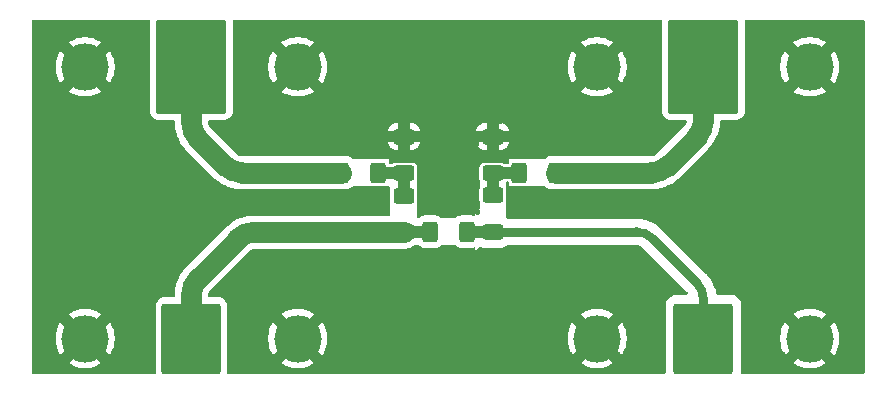
<source format=gbr>
%TF.GenerationSoftware,KiCad,Pcbnew,9.0.3*%
%TF.CreationDate,2025-08-16T18:31:38+02:00*%
%TF.ProjectId,Richtkoppler,52696368-746b-46f7-9070-6c65722e6b69,1.0*%
%TF.SameCoordinates,Original*%
%TF.FileFunction,Copper,L1,Top*%
%TF.FilePolarity,Positive*%
%FSLAX46Y46*%
G04 Gerber Fmt 4.6, Leading zero omitted, Abs format (unit mm)*
G04 Created by KiCad (PCBNEW 9.0.3) date 2025-08-16 18:31:38*
%MOMM*%
%LPD*%
G01*
G04 APERTURE LIST*
G04 Aperture macros list*
%AMRoundRect*
0 Rectangle with rounded corners*
0 $1 Rounding radius*
0 $2 $3 $4 $5 $6 $7 $8 $9 X,Y pos of 4 corners*
0 Add a 4 corners polygon primitive as box body*
4,1,4,$2,$3,$4,$5,$6,$7,$8,$9,$2,$3,0*
0 Add four circle primitives for the rounded corners*
1,1,$1+$1,$2,$3*
1,1,$1+$1,$4,$5*
1,1,$1+$1,$6,$7*
1,1,$1+$1,$8,$9*
0 Add four rect primitives between the rounded corners*
20,1,$1+$1,$2,$3,$4,$5,0*
20,1,$1+$1,$4,$5,$6,$7,0*
20,1,$1+$1,$6,$7,$8,$9,0*
20,1,$1+$1,$8,$9,$2,$3,0*%
G04 Aperture macros list end*
%TA.AperFunction,SMDPad,CuDef*%
%ADD10RoundRect,0.250000X0.625000X-0.400000X0.625000X0.400000X-0.625000X0.400000X-0.625000X-0.400000X0*%
%TD*%
%TA.AperFunction,SMDPad,CuDef*%
%ADD11RoundRect,0.250000X-0.400000X-0.625000X0.400000X-0.625000X0.400000X0.625000X-0.400000X0.625000X0*%
%TD*%
%TA.AperFunction,SMDPad,CuDef*%
%ADD12RoundRect,0.250000X-0.625000X0.400000X-0.625000X-0.400000X0.625000X-0.400000X0.625000X0.400000X0*%
%TD*%
%TA.AperFunction,SMDPad,CuDef*%
%ADD13RoundRect,0.250000X0.400000X0.625000X-0.400000X0.625000X-0.400000X-0.625000X0.400000X-0.625000X0*%
%TD*%
%TA.AperFunction,ComponentPad*%
%ADD14RoundRect,0.300000X2.700000X-3.700000X2.700000X3.700000X-2.700000X3.700000X-2.700000X-3.700000X0*%
%TD*%
%TA.AperFunction,ComponentPad*%
%ADD15C,4.000000*%
%TD*%
%TA.AperFunction,ComponentPad*%
%ADD16RoundRect,0.250000X-2.250000X2.750000X-2.250000X-2.750000X2.250000X-2.750000X2.250000X2.750000X0*%
%TD*%
%TA.AperFunction,ViaPad*%
%ADD17C,0.750000*%
%TD*%
%TA.AperFunction,ViaPad*%
%ADD18C,7.000000*%
%TD*%
%TA.AperFunction,Conductor*%
%ADD19C,0.800000*%
%TD*%
%TA.AperFunction,Conductor*%
%ADD20C,1.000000*%
%TD*%
%TA.AperFunction,Conductor*%
%ADD21C,1.800000*%
%TD*%
G04 APERTURE END LIST*
D10*
%TO.P,R7,1*%
%TO.N,/Out*%
X139500000Y-97450000D03*
%TO.P,R7,2*%
%TO.N,Net-(R5-Pad2)*%
X139500000Y-94350000D03*
%TD*%
D11*
%TO.P,R4,1*%
%TO.N,/In*%
X134200000Y-97450000D03*
%TO.P,R4,2*%
%TO.N,/Out*%
X137300000Y-97450000D03*
%TD*%
D12*
%TO.P,R5,1*%
%TO.N,GND*%
X139500000Y-89400000D03*
%TO.P,R5,2*%
%TO.N,Net-(R5-Pad2)*%
X139500000Y-92500000D03*
%TD*%
%TO.P,R2,1*%
%TO.N,Net-(R1-Pad2)*%
X132000000Y-94400000D03*
%TO.P,R2,2*%
%TO.N,/In*%
X132000000Y-97500000D03*
%TD*%
D13*
%TO.P,R6,1*%
%TO.N,/A*%
X144850000Y-92450000D03*
%TO.P,R6,2*%
%TO.N,Net-(R5-Pad2)*%
X141750000Y-92450000D03*
%TD*%
D10*
%TO.P,R3,1*%
%TO.N,Net-(R1-Pad2)*%
X132000000Y-92500000D03*
%TO.P,R3,2*%
%TO.N,GND*%
X132000000Y-89400000D03*
%TD*%
D14*
%TO.P,X1,1,C*%
%TO.N,/Ref*%
X114000000Y-83500000D03*
D15*
%TO.P,X1,2,G*%
%TO.N,GND*%
X105000000Y-83500000D03*
%TO.P,X1,3,G2*%
X123000000Y-83500000D03*
%TD*%
D16*
%TO.P,X4,1,C*%
%TO.N,/Out*%
X157350000Y-106500000D03*
D15*
%TO.P,X4,2,G*%
%TO.N,GND*%
X166350000Y-106500000D03*
%TO.P,X4,3,G2*%
X148350000Y-106500000D03*
%TD*%
D11*
%TO.P,R1,1*%
%TO.N,/Ref*%
X126700000Y-92450000D03*
%TO.P,R1,2*%
%TO.N,Net-(R1-Pad2)*%
X129800000Y-92450000D03*
%TD*%
D16*
%TO.P,X2,1,C*%
%TO.N,/In*%
X114000000Y-106500000D03*
D15*
%TO.P,X2,2,G*%
%TO.N,GND*%
X123000000Y-106500000D03*
%TO.P,X2,3,G2*%
X105000000Y-106500000D03*
%TD*%
D14*
%TO.P,X3,1,C*%
%TO.N,/A*%
X157350000Y-83500000D03*
D15*
%TO.P,X3,2,G*%
%TO.N,GND*%
X148350000Y-83500000D03*
%TO.P,X3,3,G2*%
X166350000Y-83500000D03*
%TD*%
D17*
%TO.N,GND*%
X129000000Y-95000000D03*
X104000000Y-80000000D03*
X162000000Y-106000000D03*
X108000000Y-84000000D03*
X104000000Y-98000000D03*
X146000000Y-104000000D03*
X150000000Y-86000000D03*
X144000000Y-88000000D03*
X126000000Y-106000000D03*
X162000000Y-80000000D03*
X126000000Y-104000000D03*
X135000000Y-91000000D03*
X170000000Y-90000000D03*
X164000000Y-80000000D03*
X110000000Y-102000000D03*
X168000000Y-104000000D03*
X142000000Y-90000000D03*
X152000000Y-95000000D03*
X162000000Y-82000000D03*
X152000000Y-106000000D03*
X170000000Y-84000000D03*
X108000000Y-98000000D03*
X153000000Y-106000000D03*
X162000000Y-96000000D03*
X159000000Y-100000000D03*
X119000000Y-100000000D03*
X151000000Y-100000000D03*
X170000000Y-96000000D03*
X152000000Y-80000000D03*
X162000000Y-90000000D03*
X142000000Y-108000000D03*
X102000000Y-88000000D03*
X168000000Y-86000000D03*
X118000000Y-84000000D03*
X168000000Y-98000000D03*
X142000000Y-86000000D03*
X110000000Y-86000000D03*
X146000000Y-100000000D03*
X130000000Y-100000000D03*
X110000000Y-88000000D03*
X155000000Y-96087150D03*
X168000000Y-102000000D03*
X132000000Y-86000000D03*
X162000000Y-84000000D03*
X142000000Y-82000000D03*
X140000000Y-108000000D03*
X110000000Y-82000000D03*
X112000000Y-100000000D03*
X108000000Y-92000000D03*
X108000000Y-82000000D03*
X104000000Y-90000000D03*
X114000000Y-92000000D03*
X110000000Y-106000000D03*
X106000000Y-90000000D03*
X142000000Y-100000000D03*
X164000000Y-94000000D03*
X142000000Y-102000000D03*
X170000000Y-94000000D03*
X154000000Y-89000000D03*
X110000000Y-92000000D03*
X132000000Y-84000000D03*
X162000000Y-88000000D03*
X170000000Y-106000000D03*
X134000000Y-108000000D03*
X126000000Y-80000000D03*
X126000000Y-86000000D03*
X108000000Y-96000000D03*
X128000000Y-88000000D03*
X153000000Y-104000000D03*
X116000000Y-96000000D03*
X130000000Y-82000000D03*
X130000000Y-90000000D03*
X170000000Y-108000000D03*
X102000000Y-104000000D03*
X124000000Y-102000000D03*
X130000000Y-102000000D03*
X166000000Y-92000000D03*
X102000000Y-108000000D03*
X110000000Y-94000000D03*
X128000000Y-104000000D03*
X170000000Y-102000000D03*
X136000000Y-94000000D03*
X148000000Y-102000000D03*
X106000000Y-98000000D03*
X108000000Y-88000000D03*
X123000000Y-95000000D03*
X134000000Y-82000000D03*
X106000000Y-88000000D03*
X150000000Y-102000000D03*
X156000000Y-97000000D03*
X136000000Y-86000000D03*
X102000000Y-80000000D03*
X142000000Y-80000000D03*
X162000000Y-98000000D03*
X104000000Y-102000000D03*
X140000000Y-102000000D03*
X132000000Y-102000000D03*
X128000000Y-90000000D03*
X110000000Y-90000000D03*
X113000000Y-91000000D03*
X137000000Y-93000000D03*
X150000000Y-108000000D03*
X121000000Y-95000000D03*
X140000000Y-82000000D03*
X134000000Y-94000000D03*
X117000000Y-95000000D03*
X110000000Y-80000000D03*
X168000000Y-92000000D03*
X157000000Y-98000000D03*
X147000000Y-95000000D03*
X152000000Y-88000000D03*
X158000000Y-96000000D03*
X158000000Y-99000000D03*
X132000000Y-100000000D03*
X138000000Y-90000000D03*
X114000000Y-96000000D03*
X102000000Y-106000000D03*
X151000000Y-95000000D03*
X104000000Y-88000000D03*
X120000000Y-104000000D03*
X152000000Y-104000000D03*
X124000000Y-90000000D03*
X120000000Y-88000000D03*
X140000000Y-86000000D03*
X102000000Y-100000000D03*
X160000000Y-101792531D03*
X102000000Y-102000000D03*
X118000000Y-108000000D03*
X146000000Y-86000000D03*
X160000000Y-98000000D03*
X132000000Y-106000000D03*
X168000000Y-90000000D03*
X144000000Y-84000000D03*
X141000000Y-95000000D03*
X126000000Y-102000000D03*
X120000000Y-106000000D03*
X162000000Y-102000000D03*
X104000000Y-92000000D03*
X108000000Y-86000000D03*
X102000000Y-92000000D03*
X166000000Y-98000000D03*
X146000000Y-102000000D03*
X126000000Y-95000000D03*
X122000000Y-100000000D03*
X137000000Y-95000000D03*
X134000000Y-100000000D03*
X108000000Y-90000000D03*
X164000000Y-104000000D03*
X130000000Y-80000000D03*
X153000000Y-102000000D03*
X110000000Y-108000000D03*
X170000000Y-92000000D03*
X115000000Y-97000000D03*
X117000000Y-89000000D03*
X136000000Y-106000000D03*
X152000000Y-90000000D03*
X140000000Y-100000000D03*
X120000000Y-90000000D03*
X106000000Y-100000000D03*
X108000000Y-80000000D03*
X150000000Y-95000000D03*
X162000000Y-94000000D03*
X154000000Y-95000000D03*
X132000000Y-88000000D03*
X128000000Y-106000000D03*
X138000000Y-108000000D03*
X142000000Y-106000000D03*
X132000000Y-82000000D03*
X130000000Y-104000000D03*
X122000000Y-95000000D03*
X134000000Y-80000000D03*
X170000000Y-80000000D03*
X108000000Y-102000000D03*
X140000000Y-84000000D03*
X130000000Y-108000000D03*
X132000000Y-108000000D03*
X138000000Y-92000000D03*
X128000000Y-100000000D03*
X152000000Y-84000000D03*
X162000000Y-108000000D03*
X164000000Y-92000000D03*
X155000000Y-95000000D03*
X126000000Y-90000000D03*
X128000000Y-84000000D03*
X152000000Y-86000000D03*
X146000000Y-88000000D03*
X142000000Y-84000000D03*
X137000000Y-89000000D03*
X118000000Y-104000000D03*
X138000000Y-94000000D03*
X118000000Y-80000000D03*
X159000000Y-91000000D03*
X162000000Y-100000000D03*
X166000000Y-88000000D03*
X153000000Y-95000000D03*
X148000000Y-100000000D03*
X134000000Y-84000000D03*
X113000000Y-99000000D03*
X102000000Y-98000000D03*
X110000000Y-104000000D03*
X108000000Y-106000000D03*
X134000000Y-92000000D03*
X110000000Y-100000000D03*
X137000000Y-91000000D03*
X128000000Y-95000000D03*
X164000000Y-88000000D03*
X150000000Y-88000000D03*
X170000000Y-86000000D03*
X152000000Y-82000000D03*
X166000000Y-80000000D03*
X140000000Y-104000000D03*
X130000000Y-95000000D03*
X136000000Y-108000000D03*
X144000000Y-80000000D03*
X144000000Y-102000000D03*
X146000000Y-80000000D03*
X128000000Y-82000000D03*
X122000000Y-88000000D03*
X130000000Y-106000000D03*
X150000000Y-104000000D03*
X122000000Y-102000000D03*
X120000000Y-108000000D03*
X120000000Y-86000000D03*
X149000000Y-95000000D03*
X108000000Y-104000000D03*
X128000000Y-86000000D03*
X148000000Y-80000000D03*
X130000000Y-88000000D03*
X144000000Y-106000000D03*
X134000000Y-88000000D03*
X152000000Y-108000000D03*
D18*
X167000000Y-95000000D03*
D17*
X106000000Y-102000000D03*
X108000000Y-100000000D03*
X114000000Y-94000000D03*
X108000000Y-94000000D03*
X127000000Y-95000000D03*
X138000000Y-88000000D03*
X118000000Y-90000000D03*
X144000000Y-90000000D03*
X144000000Y-86000000D03*
X164000000Y-96000000D03*
X108000000Y-108000000D03*
X118000000Y-82000000D03*
X162000000Y-86000000D03*
X162000000Y-92000000D03*
X170000000Y-98000000D03*
X158000000Y-92000000D03*
X102000000Y-84000000D03*
X152000000Y-101000000D03*
X170000000Y-82000000D03*
X126000000Y-82000000D03*
X102000000Y-86000000D03*
X118000000Y-86000000D03*
X124000000Y-100000000D03*
X124000000Y-88000000D03*
X112000000Y-90000000D03*
X130000000Y-86000000D03*
X156000000Y-94000000D03*
X122000000Y-80000000D03*
X136000000Y-92000000D03*
X120000000Y-95000000D03*
X110000000Y-96000000D03*
X168000000Y-100000000D03*
X170000000Y-104000000D03*
X146000000Y-108000000D03*
X164000000Y-108000000D03*
X144000000Y-82000000D03*
X119000000Y-95000000D03*
X126000000Y-100000000D03*
X160000000Y-90000000D03*
X135000000Y-95000000D03*
X112000000Y-98000000D03*
X164000000Y-100000000D03*
X118000000Y-101000000D03*
X126000000Y-88000000D03*
X164000000Y-90000000D03*
X134000000Y-90000000D03*
X144000000Y-108000000D03*
X135000000Y-89000000D03*
X110000000Y-84000000D03*
X136000000Y-80000000D03*
X144000000Y-104000000D03*
X134000000Y-104000000D03*
X150000000Y-100000000D03*
X132000000Y-104000000D03*
X106000000Y-92000000D03*
X120000000Y-82000000D03*
X146000000Y-95000000D03*
X136000000Y-90000000D03*
X102000000Y-94000000D03*
X166000000Y-102000000D03*
X160000000Y-92000000D03*
X160000000Y-96000000D03*
X158000000Y-94000000D03*
X166000000Y-90000000D03*
X117000000Y-102000000D03*
X153000000Y-108000000D03*
X118000000Y-95000000D03*
X170000000Y-100000000D03*
X125000000Y-95000000D03*
X114000000Y-98000000D03*
X120000000Y-100000000D03*
X164000000Y-102000000D03*
X135000000Y-93000000D03*
X136000000Y-84000000D03*
X140000000Y-80000000D03*
X128000000Y-80000000D03*
X128000000Y-102000000D03*
X134000000Y-102000000D03*
X120000000Y-102000000D03*
X168000000Y-88000000D03*
X122000000Y-90000000D03*
X112149368Y-102000000D03*
X118000000Y-88000000D03*
X110000000Y-98000000D03*
X148000000Y-95000000D03*
X102000000Y-96000000D03*
X143000000Y-95000000D03*
X120000000Y-80000000D03*
X168000000Y-80000000D03*
X142000000Y-95000000D03*
X148000000Y-90000000D03*
X116000000Y-94000000D03*
X138000000Y-82000000D03*
X102000000Y-82000000D03*
X138000000Y-102000000D03*
X136000000Y-104000000D03*
X106000000Y-80000000D03*
X134000000Y-106000000D03*
X138000000Y-104000000D03*
X104000000Y-100000000D03*
X112000000Y-94000000D03*
X138000000Y-84000000D03*
X138000000Y-100000000D03*
X124000000Y-80000000D03*
X150000000Y-90000000D03*
X138000000Y-80000000D03*
D18*
X105000000Y-95000000D03*
D17*
X136000000Y-100000000D03*
X160000000Y-94000000D03*
X140000000Y-106000000D03*
X146000000Y-90000000D03*
X126000000Y-84000000D03*
X118000000Y-106000000D03*
X112000000Y-96000000D03*
X138000000Y-106000000D03*
X162000000Y-104000000D03*
X150000000Y-80000000D03*
X136000000Y-88000000D03*
X115000000Y-93000000D03*
X112000000Y-92000000D03*
X134000000Y-86000000D03*
X128000000Y-108000000D03*
X144000000Y-100000000D03*
X140000000Y-88000000D03*
X142000000Y-88000000D03*
X136000000Y-102000000D03*
X144000000Y-95000000D03*
X124000000Y-95000000D03*
X132000000Y-80000000D03*
X157000000Y-93000000D03*
X164000000Y-98000000D03*
X145000000Y-95000000D03*
X164000000Y-86000000D03*
X136000000Y-82000000D03*
X126000000Y-108000000D03*
X102000000Y-90000000D03*
X138000000Y-86000000D03*
X166000000Y-100000000D03*
X148000000Y-88000000D03*
X130000000Y-84000000D03*
X170000000Y-88000000D03*
X142000000Y-104000000D03*
%TD*%
D19*
%TO.N,/Out*%
X151650000Y-97450000D02*
X139500000Y-97450000D01*
X153015685Y-98015685D02*
X156784314Y-101784314D01*
D20*
X137300000Y-97450000D02*
X139500000Y-97450000D01*
D19*
X157350000Y-103150000D02*
X157350000Y-106500000D01*
X153015685Y-98015685D02*
G75*
G03*
X151650000Y-97450009I-1365685J-1365715D01*
G01*
X157350000Y-103150000D02*
G75*
G03*
X156784320Y-101784307I-1931400J0D01*
G01*
D21*
%TO.N,/Ref*%
X114000000Y-88200000D02*
X114000000Y-83500000D01*
X118250000Y-92450000D02*
X126700000Y-92450000D01*
X114565685Y-89565685D02*
X116884314Y-91884314D01*
X116884314Y-91884314D02*
G75*
G03*
X118250000Y-92449991I1365686J1365714D01*
G01*
X114565685Y-89565685D02*
G75*
G02*
X114000009Y-88200000I1365715J1365685D01*
G01*
%TO.N,/A*%
X152950000Y-92450000D02*
X144850000Y-92450000D01*
X156784314Y-89415685D02*
X154315685Y-91884314D01*
X157350000Y-88050000D02*
X157350000Y-83500000D01*
X154315685Y-91884314D02*
G75*
G02*
X152950000Y-92449991I-1365685J1365714D01*
G01*
X156784314Y-89415685D02*
G75*
G03*
X157349991Y-88049999I-1365714J1365685D01*
G01*
D20*
%TO.N,Net-(R1-Pad2)*%
X132000000Y-94400000D02*
X132000000Y-92500000D01*
X129800000Y-92450000D02*
X131950000Y-92450000D01*
%TO.N,Net-(R5-Pad2)*%
X139500000Y-94350000D02*
X139500000Y-92500000D01*
X141750000Y-92450000D02*
X139550000Y-92450000D01*
D21*
%TO.N,/In*%
X119300000Y-97500000D02*
X132000000Y-97500000D01*
X114000000Y-102800000D02*
X114000000Y-106500000D01*
X117934314Y-98065685D02*
X114565685Y-101434314D01*
D20*
X134200000Y-97450000D02*
X132050000Y-97450000D01*
D21*
X117934314Y-98065685D02*
G75*
G02*
X119300000Y-97500008I1365686J-1365715D01*
G01*
X114000000Y-102800000D02*
G75*
G02*
X114565679Y-101434308I1931400J0D01*
G01*
%TD*%
%TA.AperFunction,Conductor*%
%TO.N,GND*%
G36*
X151654866Y-98560881D02*
G01*
X151768688Y-98569839D01*
X151787900Y-98572882D01*
X151894178Y-98598397D01*
X151912680Y-98604409D01*
X152013661Y-98646235D01*
X152030996Y-98655067D01*
X152124189Y-98712175D01*
X152139926Y-98723608D01*
X152166811Y-98746570D01*
X152226667Y-98797691D01*
X152233817Y-98804301D01*
X155995630Y-102566115D01*
X156002230Y-102573254D01*
X156012236Y-102584970D01*
X156040806Y-102648731D01*
X156030368Y-102717816D01*
X155984237Y-102770292D01*
X155917945Y-102789500D01*
X155044290Y-102789500D01*
X155010740Y-102792482D01*
X154929679Y-102799689D01*
X154929675Y-102799689D01*
X154929675Y-102799690D01*
X154905959Y-102806475D01*
X154741866Y-102853428D01*
X154568719Y-102943873D01*
X154417321Y-103067321D01*
X154293873Y-103218719D01*
X154203428Y-103391866D01*
X154149689Y-103579679D01*
X154142482Y-103660740D01*
X154139500Y-103694290D01*
X154139500Y-109305710D01*
X154144728Y-109364520D01*
X154131058Y-109433038D01*
X154082514Y-109483289D01*
X154021216Y-109499500D01*
X138000000Y-109499500D01*
X138000000Y-108586084D01*
X146971020Y-108586084D01*
X147138799Y-108691507D01*
X147391782Y-108813337D01*
X147656819Y-108906077D01*
X147656821Y-108906078D01*
X147930575Y-108968560D01*
X147930587Y-108968562D01*
X148209598Y-108999999D01*
X148209600Y-109000000D01*
X148490400Y-109000000D01*
X148490401Y-108999999D01*
X148769412Y-108968562D01*
X148769424Y-108968560D01*
X149043178Y-108906078D01*
X149043180Y-108906077D01*
X149308217Y-108813337D01*
X149561203Y-108691506D01*
X149728977Y-108586085D01*
X149728977Y-108586084D01*
X148350001Y-107207106D01*
X148350000Y-107207106D01*
X146971021Y-108586084D01*
X146971020Y-108586084D01*
X138000000Y-108586084D01*
X138000000Y-106359598D01*
X145850000Y-106359598D01*
X145850000Y-106640401D01*
X145881437Y-106919412D01*
X145881439Y-106919424D01*
X145943921Y-107193178D01*
X145943922Y-107193180D01*
X146036662Y-107458217D01*
X146158492Y-107711200D01*
X146263914Y-107878977D01*
X147642893Y-106500000D01*
X147642893Y-106499999D01*
X147563903Y-106421009D01*
X147750000Y-106421009D01*
X147750000Y-106578991D01*
X147790889Y-106731591D01*
X147869881Y-106868408D01*
X147981592Y-106980119D01*
X148118409Y-107059111D01*
X148271009Y-107100000D01*
X148428991Y-107100000D01*
X148581591Y-107059111D01*
X148718408Y-106980119D01*
X148830119Y-106868408D01*
X148909111Y-106731591D01*
X148950000Y-106578991D01*
X148950000Y-106500000D01*
X149057106Y-106500000D01*
X150436084Y-107878977D01*
X150436085Y-107878977D01*
X150541506Y-107711203D01*
X150663337Y-107458217D01*
X150756077Y-107193180D01*
X150756078Y-107193178D01*
X150818560Y-106919424D01*
X150818562Y-106919412D01*
X150849999Y-106640401D01*
X150850000Y-106640399D01*
X150850000Y-106359600D01*
X150849999Y-106359598D01*
X150818562Y-106080587D01*
X150818560Y-106080575D01*
X150756078Y-105806821D01*
X150756077Y-105806819D01*
X150663337Y-105541782D01*
X150541507Y-105288799D01*
X150436084Y-105121021D01*
X149057106Y-106500000D01*
X148950000Y-106500000D01*
X148950000Y-106421009D01*
X148909111Y-106268409D01*
X148830119Y-106131592D01*
X148718408Y-106019881D01*
X148581591Y-105940889D01*
X148428991Y-105900000D01*
X148271009Y-105900000D01*
X148118409Y-105940889D01*
X147981592Y-106019881D01*
X147869881Y-106131592D01*
X147790889Y-106268409D01*
X147750000Y-106421009D01*
X147563903Y-106421009D01*
X146263914Y-105121020D01*
X146158492Y-105288799D01*
X146036662Y-105541782D01*
X145943922Y-105806819D01*
X145943921Y-105806821D01*
X145881439Y-106080575D01*
X145881437Y-106080587D01*
X145850000Y-106359598D01*
X138000000Y-106359598D01*
X138000000Y-104413914D01*
X146971021Y-104413914D01*
X148350000Y-105792893D01*
X148350001Y-105792893D01*
X149728977Y-104413914D01*
X149728978Y-104413914D01*
X149561200Y-104308492D01*
X149308217Y-104186662D01*
X149043180Y-104093922D01*
X149043178Y-104093921D01*
X148769424Y-104031439D01*
X148769412Y-104031437D01*
X148490401Y-104000000D01*
X148209598Y-104000000D01*
X147930587Y-104031437D01*
X147930575Y-104031439D01*
X147656821Y-104093921D01*
X147656819Y-104093922D01*
X147391782Y-104186662D01*
X147138799Y-104308492D01*
X146971021Y-104413914D01*
X138000000Y-104413914D01*
X138000000Y-98988205D01*
X138058134Y-98971571D01*
X138231282Y-98881126D01*
X138380043Y-98759826D01*
X138444435Y-98732718D01*
X138510992Y-98744330D01*
X138511029Y-98744240D01*
X138511459Y-98744411D01*
X138513265Y-98744727D01*
X138515814Y-98746021D01*
X138516866Y-98746571D01*
X138704675Y-98800310D01*
X138819290Y-98810500D01*
X138819296Y-98810500D01*
X140180704Y-98810500D01*
X140180710Y-98810500D01*
X140295325Y-98800310D01*
X140483134Y-98746571D01*
X140656282Y-98656126D01*
X140739343Y-98588397D01*
X140803739Y-98561289D01*
X140817704Y-98560500D01*
X151645139Y-98560500D01*
X151654866Y-98560881D01*
G37*
%TD.AperFunction*%
%TA.AperFunction,Conductor*%
G36*
X170999500Y-109375500D02*
G01*
X170979815Y-109442539D01*
X170927011Y-109488294D01*
X170875500Y-109499500D01*
X160678784Y-109499500D01*
X160611745Y-109479815D01*
X160565990Y-109427011D01*
X160555271Y-109364520D01*
X160560500Y-109305710D01*
X160560500Y-108586084D01*
X164971020Y-108586084D01*
X165138799Y-108691507D01*
X165391782Y-108813337D01*
X165656819Y-108906077D01*
X165656821Y-108906078D01*
X165930575Y-108968560D01*
X165930587Y-108968562D01*
X166209598Y-108999999D01*
X166209600Y-109000000D01*
X166490400Y-109000000D01*
X166490401Y-108999999D01*
X166769412Y-108968562D01*
X166769424Y-108968560D01*
X167043178Y-108906078D01*
X167043180Y-108906077D01*
X167308217Y-108813337D01*
X167561203Y-108691506D01*
X167728977Y-108586085D01*
X167728977Y-108586084D01*
X166350001Y-107207106D01*
X166350000Y-107207106D01*
X164971021Y-108586084D01*
X164971020Y-108586084D01*
X160560500Y-108586084D01*
X160560500Y-106359598D01*
X163850000Y-106359598D01*
X163850000Y-106640401D01*
X163881437Y-106919412D01*
X163881439Y-106919424D01*
X163943921Y-107193178D01*
X163943922Y-107193180D01*
X164036662Y-107458217D01*
X164158492Y-107711200D01*
X164263914Y-107878977D01*
X165642893Y-106500000D01*
X165642893Y-106499999D01*
X165563903Y-106421009D01*
X165750000Y-106421009D01*
X165750000Y-106578991D01*
X165790889Y-106731591D01*
X165869881Y-106868408D01*
X165981592Y-106980119D01*
X166118409Y-107059111D01*
X166271009Y-107100000D01*
X166428991Y-107100000D01*
X166581591Y-107059111D01*
X166718408Y-106980119D01*
X166830119Y-106868408D01*
X166909111Y-106731591D01*
X166950000Y-106578991D01*
X166950000Y-106499999D01*
X167057106Y-106499999D01*
X168436084Y-107878977D01*
X168436085Y-107878977D01*
X168541506Y-107711203D01*
X168663337Y-107458217D01*
X168756077Y-107193180D01*
X168756078Y-107193178D01*
X168818560Y-106919424D01*
X168818562Y-106919412D01*
X168849999Y-106640401D01*
X168850000Y-106640399D01*
X168850000Y-106359600D01*
X168849999Y-106359598D01*
X168818562Y-106080587D01*
X168818560Y-106080575D01*
X168756078Y-105806821D01*
X168756077Y-105806819D01*
X168663337Y-105541782D01*
X168541507Y-105288799D01*
X168436084Y-105121021D01*
X167057106Y-106499999D01*
X166950000Y-106499999D01*
X166950000Y-106421009D01*
X166909111Y-106268409D01*
X166830119Y-106131592D01*
X166718408Y-106019881D01*
X166581591Y-105940889D01*
X166428991Y-105900000D01*
X166271009Y-105900000D01*
X166118409Y-105940889D01*
X165981592Y-106019881D01*
X165869881Y-106131592D01*
X165790889Y-106268409D01*
X165750000Y-106421009D01*
X165563903Y-106421009D01*
X164263914Y-105121020D01*
X164158492Y-105288799D01*
X164036662Y-105541782D01*
X163943922Y-105806819D01*
X163943921Y-105806821D01*
X163881439Y-106080575D01*
X163881437Y-106080587D01*
X163850000Y-106359598D01*
X160560500Y-106359598D01*
X160560500Y-104413914D01*
X164971021Y-104413914D01*
X166350000Y-105792893D01*
X166350001Y-105792893D01*
X167728977Y-104413914D01*
X167728978Y-104413914D01*
X167561200Y-104308492D01*
X167308217Y-104186662D01*
X167043180Y-104093922D01*
X167043178Y-104093921D01*
X166769424Y-104031439D01*
X166769412Y-104031437D01*
X166490401Y-104000000D01*
X166209598Y-104000000D01*
X165930587Y-104031437D01*
X165930575Y-104031439D01*
X165656821Y-104093921D01*
X165656819Y-104093922D01*
X165391782Y-104186662D01*
X165138799Y-104308492D01*
X164971021Y-104413914D01*
X160560500Y-104413914D01*
X160560500Y-103694290D01*
X160550310Y-103579675D01*
X160496571Y-103391866D01*
X160406126Y-103218718D01*
X160344402Y-103143020D01*
X160282678Y-103067321D01*
X160189841Y-102991623D01*
X160131282Y-102943874D01*
X160116458Y-102936131D01*
X159958133Y-102853428D01*
X159840992Y-102819910D01*
X159770325Y-102799690D01*
X159770322Y-102799689D01*
X159770320Y-102799689D01*
X159700443Y-102793477D01*
X159655710Y-102789500D01*
X159655706Y-102789500D01*
X158550142Y-102789500D01*
X158483103Y-102769815D01*
X158437348Y-102717011D01*
X158428526Y-102689697D01*
X158372892Y-102409998D01*
X158286134Y-102123994D01*
X158171762Y-101847870D01*
X158030875Y-101584286D01*
X157864832Y-101335781D01*
X157675231Y-101104747D01*
X157675230Y-101104746D01*
X157675226Y-101104741D01*
X157638427Y-101067943D01*
X157631357Y-101060873D01*
X157631356Y-101060871D01*
X157569564Y-100999079D01*
X157569562Y-100999077D01*
X157569561Y-100999075D01*
X157497262Y-100926774D01*
X157497224Y-100926739D01*
X153873962Y-97303478D01*
X153869623Y-97299139D01*
X153869619Y-97299133D01*
X153839227Y-97268742D01*
X153839212Y-97268714D01*
X153695262Y-97124764D01*
X153464224Y-96935161D01*
X153464217Y-96935155D01*
X153215717Y-96769116D01*
X153215710Y-96769113D01*
X152952132Y-96628229D01*
X152676008Y-96513857D01*
X152467595Y-96450636D01*
X152389997Y-96427097D01*
X152152268Y-96379811D01*
X152096872Y-96368793D01*
X152096870Y-96368792D01*
X152096861Y-96368791D01*
X151888843Y-96348303D01*
X151799437Y-96339498D01*
X151799433Y-96339498D01*
X151650000Y-96339499D01*
X151552844Y-96339499D01*
X151552838Y-96339499D01*
X151547710Y-96339500D01*
X151547709Y-96339499D01*
X151547709Y-96339500D01*
X140817704Y-96339500D01*
X140750665Y-96319815D01*
X140739342Y-96311601D01*
X140656276Y-96243868D01*
X140655761Y-96243529D01*
X140655540Y-96243269D01*
X140651408Y-96239899D01*
X140652036Y-96239128D01*
X140610618Y-96190201D01*
X140600000Y-96139995D01*
X140600000Y-95660003D01*
X140619685Y-95592964D01*
X140651755Y-95560525D01*
X140651408Y-95560100D01*
X140655371Y-95556868D01*
X140655777Y-95556458D01*
X140656274Y-95556129D01*
X140656282Y-95556126D01*
X140725115Y-95500000D01*
X170999500Y-95500000D01*
X170999500Y-109375500D01*
G37*
%TD.AperFunction*%
%TA.AperFunction,Conductor*%
G36*
X138343718Y-95556126D02*
G01*
X138343720Y-95556127D01*
X138344223Y-95556458D01*
X138344440Y-95556714D01*
X138348592Y-95560100D01*
X138347961Y-95560873D01*
X138349613Y-95562823D01*
X138357203Y-95566290D01*
X138371859Y-95589095D01*
X138389373Y-95609779D01*
X138391445Y-95619572D01*
X138394977Y-95625068D01*
X138400000Y-95660003D01*
X138400000Y-95902334D01*
X138380315Y-95969373D01*
X138327511Y-96015128D01*
X138258353Y-96025072D01*
X138218589Y-96012243D01*
X138125181Y-95963451D01*
X138058134Y-95928429D01*
X138000000Y-95911794D01*
X138000000Y-95500000D01*
X138274885Y-95500000D01*
X138343718Y-95556126D01*
G37*
%TD.AperFunction*%
%TD*%
%TA.AperFunction,Conductor*%
%TO.N,GND*%
G36*
X110456463Y-79520185D02*
G01*
X110502218Y-79572989D01*
X110512644Y-79638383D01*
X110499500Y-79755039D01*
X110499500Y-87244960D01*
X110514630Y-87379249D01*
X110514631Y-87379254D01*
X110574211Y-87549523D01*
X110670184Y-87702262D01*
X110797738Y-87829816D01*
X110950478Y-87925789D01*
X111120745Y-87985368D01*
X111120750Y-87985369D01*
X111211246Y-87995565D01*
X111255040Y-88000499D01*
X111255043Y-88000500D01*
X111255046Y-88000500D01*
X112475498Y-88000500D01*
X112484183Y-88003050D01*
X112493143Y-88001762D01*
X112517182Y-88012739D01*
X112542537Y-88020185D01*
X112548464Y-88027025D01*
X112556699Y-88030786D01*
X112570988Y-88053020D01*
X112588292Y-88072989D01*
X112590578Y-88083500D01*
X112594475Y-88089563D01*
X112599497Y-88124494D01*
X112599498Y-88124497D01*
X112599498Y-88200000D01*
X112599499Y-88200000D01*
X112599500Y-88251362D01*
X112599500Y-88315052D01*
X112599509Y-88315277D01*
X112599509Y-88363683D01*
X112603397Y-88403160D01*
X112631594Y-88689462D01*
X112631597Y-88689478D01*
X112695456Y-89010529D01*
X112695459Y-89010541D01*
X112695461Y-89010549D01*
X112744988Y-89173821D01*
X112790491Y-89323824D01*
X112915766Y-89626269D01*
X112915768Y-89626272D01*
X113070079Y-89914972D01*
X113070082Y-89914979D01*
X113251951Y-90187170D01*
X113251956Y-90187177D01*
X113459635Y-90440239D01*
X113494312Y-90474916D01*
X113497437Y-90478041D01*
X113497443Y-90478049D01*
X113575371Y-90555977D01*
X113653309Y-90633917D01*
X113656924Y-90637532D01*
X113656949Y-90637555D01*
X115816072Y-92796678D01*
X115816081Y-92796690D01*
X115851476Y-92832084D01*
X115860005Y-92840613D01*
X115860018Y-92840637D01*
X116009753Y-92990368D01*
X116262816Y-93198048D01*
X116262823Y-93198053D01*
X116389676Y-93282812D01*
X116535016Y-93379924D01*
X116823729Y-93534241D01*
X117126177Y-93659518D01*
X117439449Y-93754546D01*
X117439455Y-93754547D01*
X117439458Y-93754548D01*
X117439469Y-93754551D01*
X117760471Y-93818401D01*
X117760526Y-93818412D01*
X118086316Y-93850499D01*
X118134643Y-93850499D01*
X118134667Y-93850500D01*
X118139778Y-93850500D01*
X126810221Y-93850500D01*
X126810222Y-93850500D01*
X126958429Y-93827025D01*
X126977827Y-93825499D01*
X127150002Y-93825499D01*
X127150008Y-93825499D01*
X127252797Y-93814999D01*
X127419334Y-93759814D01*
X127568656Y-93667712D01*
X127600049Y-93636319D01*
X127661372Y-93602834D01*
X127687730Y-93600000D01*
X130676000Y-93600000D01*
X130743039Y-93619685D01*
X130788794Y-93672489D01*
X130800000Y-93724000D01*
X130800000Y-95975500D01*
X130780315Y-96042539D01*
X130727511Y-96088294D01*
X130676000Y-96099500D01*
X119410228Y-96099500D01*
X119410222Y-96099499D01*
X119300000Y-96099499D01*
X119300000Y-96099500D01*
X119185055Y-96099500D01*
X119184849Y-96099508D01*
X119136317Y-96099508D01*
X119062871Y-96106741D01*
X118810537Y-96131593D01*
X118810521Y-96131596D01*
X118489470Y-96195455D01*
X118489458Y-96195458D01*
X118489452Y-96195459D01*
X118489451Y-96195460D01*
X118176180Y-96290489D01*
X118176178Y-96290489D01*
X118176174Y-96290491D01*
X117873729Y-96415766D01*
X117873726Y-96415768D01*
X117585025Y-96570079D01*
X117585019Y-96570082D01*
X117312828Y-96751951D01*
X117312821Y-96751957D01*
X117059758Y-96959635D01*
X117023938Y-96995455D01*
X117023938Y-96995456D01*
X117021956Y-96997438D01*
X117021950Y-96997443D01*
X116944021Y-97075371D01*
X116866082Y-97153309D01*
X116866075Y-97153316D01*
X116864374Y-97155018D01*
X116864371Y-97155019D01*
X113655961Y-100363430D01*
X113655892Y-100363495D01*
X113611693Y-100407696D01*
X113611673Y-100407706D01*
X113459630Y-100559753D01*
X113251949Y-100812816D01*
X113251944Y-100812823D01*
X113070076Y-101085014D01*
X112915753Y-101373736D01*
X112790483Y-101676172D01*
X112695450Y-101989458D01*
X112695447Y-101989469D01*
X112631586Y-102310526D01*
X112608586Y-102544063D01*
X112602238Y-102608522D01*
X112599500Y-102636319D01*
X112599500Y-102875500D01*
X112579815Y-102942539D01*
X112527011Y-102988294D01*
X112475500Y-102999500D01*
X111699998Y-102999500D01*
X111699980Y-102999501D01*
X111597203Y-103010000D01*
X111597200Y-103010001D01*
X111430668Y-103065185D01*
X111430663Y-103065187D01*
X111281342Y-103157289D01*
X111157289Y-103281342D01*
X111065187Y-103430663D01*
X111065186Y-103430666D01*
X111010001Y-103597203D01*
X111010001Y-103597204D01*
X111010000Y-103597204D01*
X110999500Y-103699983D01*
X110999500Y-109300001D01*
X110999501Y-109300019D01*
X111005925Y-109362899D01*
X110993155Y-109431592D01*
X110945274Y-109482476D01*
X110882567Y-109499500D01*
X100624500Y-109499500D01*
X100557461Y-109479815D01*
X100511706Y-109427011D01*
X100500500Y-109375500D01*
X100500500Y-108586084D01*
X103621020Y-108586084D01*
X103788799Y-108691507D01*
X104041782Y-108813337D01*
X104306819Y-108906077D01*
X104306821Y-108906078D01*
X104580575Y-108968560D01*
X104580587Y-108968562D01*
X104859598Y-108999999D01*
X104859600Y-109000000D01*
X105140400Y-109000000D01*
X105140401Y-108999999D01*
X105419412Y-108968562D01*
X105419424Y-108968560D01*
X105693178Y-108906078D01*
X105693180Y-108906077D01*
X105958217Y-108813337D01*
X106211203Y-108691506D01*
X106378977Y-108586085D01*
X106378977Y-108586084D01*
X105000001Y-107207106D01*
X105000000Y-107207106D01*
X103621021Y-108586084D01*
X103621020Y-108586084D01*
X100500500Y-108586084D01*
X100500500Y-106359598D01*
X102500000Y-106359598D01*
X102500000Y-106640401D01*
X102531437Y-106919412D01*
X102531439Y-106919424D01*
X102593921Y-107193178D01*
X102593922Y-107193180D01*
X102686662Y-107458217D01*
X102808492Y-107711200D01*
X102913914Y-107878977D01*
X104292893Y-106500000D01*
X104213902Y-106421009D01*
X104400000Y-106421009D01*
X104400000Y-106578991D01*
X104440889Y-106731591D01*
X104519881Y-106868408D01*
X104631592Y-106980119D01*
X104768409Y-107059111D01*
X104921009Y-107100000D01*
X105078991Y-107100000D01*
X105231591Y-107059111D01*
X105368408Y-106980119D01*
X105480119Y-106868408D01*
X105559111Y-106731591D01*
X105600000Y-106578991D01*
X105600000Y-106500000D01*
X105707106Y-106500000D01*
X107086084Y-107878977D01*
X107086085Y-107878977D01*
X107191506Y-107711203D01*
X107313337Y-107458217D01*
X107406077Y-107193180D01*
X107406078Y-107193178D01*
X107468560Y-106919424D01*
X107468562Y-106919412D01*
X107499999Y-106640401D01*
X107500000Y-106640399D01*
X107500000Y-106359600D01*
X107499999Y-106359598D01*
X107468562Y-106080587D01*
X107468560Y-106080575D01*
X107406078Y-105806821D01*
X107406077Y-105806819D01*
X107313337Y-105541782D01*
X107191507Y-105288799D01*
X107086084Y-105121021D01*
X105707106Y-106500000D01*
X105600000Y-106500000D01*
X105600000Y-106421009D01*
X105559111Y-106268409D01*
X105480119Y-106131592D01*
X105368408Y-106019881D01*
X105231591Y-105940889D01*
X105078991Y-105900000D01*
X104921009Y-105900000D01*
X104768409Y-105940889D01*
X104631592Y-106019881D01*
X104519881Y-106131592D01*
X104440889Y-106268409D01*
X104400000Y-106421009D01*
X104213902Y-106421009D01*
X102913914Y-105121021D01*
X102808492Y-105288799D01*
X102686662Y-105541782D01*
X102593922Y-105806819D01*
X102593921Y-105806821D01*
X102531439Y-106080575D01*
X102531437Y-106080587D01*
X102500000Y-106359598D01*
X100500500Y-106359598D01*
X100500500Y-104413914D01*
X103621021Y-104413914D01*
X105000000Y-105792893D01*
X105000001Y-105792893D01*
X106378977Y-104413914D01*
X106378978Y-104413914D01*
X106211200Y-104308492D01*
X105958217Y-104186662D01*
X105693180Y-104093922D01*
X105693178Y-104093921D01*
X105419424Y-104031439D01*
X105419412Y-104031437D01*
X105140401Y-104000000D01*
X104859598Y-104000000D01*
X104580587Y-104031437D01*
X104580575Y-104031439D01*
X104306821Y-104093921D01*
X104306819Y-104093922D01*
X104041782Y-104186662D01*
X103788799Y-104308492D01*
X103621021Y-104413914D01*
X100500500Y-104413914D01*
X100500500Y-85586084D01*
X103621020Y-85586084D01*
X103788799Y-85691507D01*
X104041782Y-85813337D01*
X104306819Y-85906077D01*
X104306821Y-85906078D01*
X104580575Y-85968560D01*
X104580587Y-85968562D01*
X104859598Y-85999999D01*
X104859600Y-86000000D01*
X105140400Y-86000000D01*
X105140401Y-85999999D01*
X105419412Y-85968562D01*
X105419424Y-85968560D01*
X105693178Y-85906078D01*
X105693180Y-85906077D01*
X105958217Y-85813337D01*
X106211203Y-85691506D01*
X106378977Y-85586085D01*
X106378977Y-85586084D01*
X105000001Y-84207106D01*
X105000000Y-84207106D01*
X103621021Y-85586084D01*
X103621020Y-85586084D01*
X100500500Y-85586084D01*
X100500500Y-83359598D01*
X102500000Y-83359598D01*
X102500000Y-83640401D01*
X102531437Y-83919412D01*
X102531439Y-83919424D01*
X102593921Y-84193178D01*
X102593922Y-84193180D01*
X102686662Y-84458217D01*
X102808492Y-84711200D01*
X102913914Y-84878977D01*
X104292893Y-83500000D01*
X104213902Y-83421009D01*
X104400000Y-83421009D01*
X104400000Y-83578991D01*
X104440889Y-83731591D01*
X104519881Y-83868408D01*
X104631592Y-83980119D01*
X104768409Y-84059111D01*
X104921009Y-84100000D01*
X105078991Y-84100000D01*
X105231591Y-84059111D01*
X105368408Y-83980119D01*
X105480119Y-83868408D01*
X105559111Y-83731591D01*
X105600000Y-83578991D01*
X105600000Y-83500000D01*
X105707106Y-83500000D01*
X107086084Y-84878977D01*
X107086085Y-84878977D01*
X107191506Y-84711203D01*
X107313337Y-84458217D01*
X107406077Y-84193180D01*
X107406078Y-84193178D01*
X107468560Y-83919424D01*
X107468562Y-83919412D01*
X107499999Y-83640401D01*
X107500000Y-83640399D01*
X107500000Y-83359600D01*
X107499999Y-83359598D01*
X107468562Y-83080587D01*
X107468560Y-83080575D01*
X107406078Y-82806821D01*
X107406077Y-82806819D01*
X107313337Y-82541782D01*
X107191507Y-82288799D01*
X107086084Y-82121021D01*
X105707106Y-83500000D01*
X105600000Y-83500000D01*
X105600000Y-83421009D01*
X105559111Y-83268409D01*
X105480119Y-83131592D01*
X105368408Y-83019881D01*
X105231591Y-82940889D01*
X105078991Y-82900000D01*
X104921009Y-82900000D01*
X104768409Y-82940889D01*
X104631592Y-83019881D01*
X104519881Y-83131592D01*
X104440889Y-83268409D01*
X104400000Y-83421009D01*
X104213902Y-83421009D01*
X102913914Y-82121021D01*
X102808492Y-82288799D01*
X102686662Y-82541782D01*
X102593922Y-82806819D01*
X102593921Y-82806821D01*
X102531439Y-83080575D01*
X102531437Y-83080587D01*
X102500000Y-83359598D01*
X100500500Y-83359598D01*
X100500500Y-81413914D01*
X103621021Y-81413914D01*
X105000000Y-82792893D01*
X105000001Y-82792893D01*
X106378977Y-81413914D01*
X106378978Y-81413914D01*
X106211200Y-81308492D01*
X105958217Y-81186662D01*
X105693180Y-81093922D01*
X105693178Y-81093921D01*
X105419424Y-81031439D01*
X105419412Y-81031437D01*
X105140401Y-81000000D01*
X104859598Y-81000000D01*
X104580587Y-81031437D01*
X104580575Y-81031439D01*
X104306821Y-81093921D01*
X104306819Y-81093922D01*
X104041782Y-81186662D01*
X103788799Y-81308492D01*
X103621021Y-81413914D01*
X100500500Y-81413914D01*
X100500500Y-79624500D01*
X100520185Y-79557461D01*
X100572989Y-79511706D01*
X100624500Y-79500500D01*
X110389424Y-79500500D01*
X110456463Y-79520185D01*
G37*
%TD.AperFunction*%
%TA.AperFunction,Conductor*%
G36*
X133279309Y-98619685D02*
G01*
X133299951Y-98636319D01*
X133331344Y-98667712D01*
X133480666Y-98759814D01*
X133647203Y-98814999D01*
X133749991Y-98825500D01*
X134650008Y-98825499D01*
X134650016Y-98825498D01*
X134650019Y-98825498D01*
X134706302Y-98819748D01*
X134752797Y-98814999D01*
X134919334Y-98759814D01*
X135068656Y-98667712D01*
X135100049Y-98636319D01*
X135161372Y-98602834D01*
X135187730Y-98600000D01*
X136312270Y-98600000D01*
X136379309Y-98619685D01*
X136399951Y-98636319D01*
X136431344Y-98667712D01*
X136580666Y-98759814D01*
X136747203Y-98814999D01*
X136849991Y-98825500D01*
X137750008Y-98825499D01*
X137750016Y-98825498D01*
X137750019Y-98825498D01*
X137806302Y-98819748D01*
X137852797Y-98814999D01*
X138000000Y-98766220D01*
X138000000Y-109499500D01*
X117117433Y-109499500D01*
X117050394Y-109479815D01*
X117004639Y-109427011D01*
X116994075Y-109362897D01*
X117000499Y-109300016D01*
X117000500Y-109300003D01*
X117000500Y-108586084D01*
X121621020Y-108586084D01*
X121788799Y-108691507D01*
X122041782Y-108813337D01*
X122306819Y-108906077D01*
X122306821Y-108906078D01*
X122580575Y-108968560D01*
X122580587Y-108968562D01*
X122859598Y-108999999D01*
X122859600Y-109000000D01*
X123140400Y-109000000D01*
X123140401Y-108999999D01*
X123419412Y-108968562D01*
X123419424Y-108968560D01*
X123693178Y-108906078D01*
X123693180Y-108906077D01*
X123958217Y-108813337D01*
X124211203Y-108691506D01*
X124378977Y-108586085D01*
X124378977Y-108586084D01*
X123000001Y-107207106D01*
X123000000Y-107207106D01*
X121621021Y-108586084D01*
X121621020Y-108586084D01*
X117000500Y-108586084D01*
X117000500Y-108540629D01*
X117000500Y-107458217D01*
X117000500Y-106359598D01*
X120500000Y-106359598D01*
X120500000Y-106640401D01*
X120531437Y-106919412D01*
X120531439Y-106919424D01*
X120593921Y-107193178D01*
X120593922Y-107193180D01*
X120686662Y-107458217D01*
X120808492Y-107711200D01*
X120913914Y-107878977D01*
X122292893Y-106500000D01*
X122292893Y-106499999D01*
X122213903Y-106421009D01*
X122400000Y-106421009D01*
X122400000Y-106578991D01*
X122440889Y-106731591D01*
X122519881Y-106868408D01*
X122631592Y-106980119D01*
X122768409Y-107059111D01*
X122921009Y-107100000D01*
X123078991Y-107100000D01*
X123231591Y-107059111D01*
X123368408Y-106980119D01*
X123480119Y-106868408D01*
X123559111Y-106731591D01*
X123600000Y-106578991D01*
X123600000Y-106500000D01*
X123707106Y-106500000D01*
X125086084Y-107878977D01*
X125086085Y-107878977D01*
X125191506Y-107711203D01*
X125313337Y-107458217D01*
X125406077Y-107193180D01*
X125406078Y-107193178D01*
X125468560Y-106919424D01*
X125468562Y-106919412D01*
X125499999Y-106640401D01*
X125500000Y-106640399D01*
X125500000Y-106359600D01*
X125499999Y-106359598D01*
X125468562Y-106080587D01*
X125468560Y-106080575D01*
X125406078Y-105806821D01*
X125406077Y-105806819D01*
X125313337Y-105541782D01*
X125191507Y-105288799D01*
X125086084Y-105121021D01*
X123707106Y-106500000D01*
X123600000Y-106500000D01*
X123600000Y-106421009D01*
X123559111Y-106268409D01*
X123480119Y-106131592D01*
X123368408Y-106019881D01*
X123231591Y-105940889D01*
X123078991Y-105900000D01*
X122921009Y-105900000D01*
X122768409Y-105940889D01*
X122631592Y-106019881D01*
X122519881Y-106131592D01*
X122440889Y-106268409D01*
X122400000Y-106421009D01*
X122213903Y-106421009D01*
X120913914Y-105121020D01*
X120808492Y-105288799D01*
X120686662Y-105541782D01*
X120593922Y-105806819D01*
X120593921Y-105806821D01*
X120531439Y-106080575D01*
X120531437Y-106080587D01*
X120500000Y-106359598D01*
X117000500Y-106359598D01*
X117000499Y-104413914D01*
X121621021Y-104413914D01*
X123000000Y-105792893D01*
X123000001Y-105792893D01*
X124378977Y-104413914D01*
X124378978Y-104413914D01*
X124211200Y-104308492D01*
X123958217Y-104186662D01*
X123693180Y-104093922D01*
X123693178Y-104093921D01*
X123419424Y-104031439D01*
X123419412Y-104031437D01*
X123140401Y-104000000D01*
X122859598Y-104000000D01*
X122580587Y-104031437D01*
X122580575Y-104031439D01*
X122306821Y-104093921D01*
X122306819Y-104093922D01*
X122041782Y-104186662D01*
X121788799Y-104308492D01*
X121621021Y-104413914D01*
X117000499Y-104413914D01*
X117000499Y-103699992D01*
X116989999Y-103597203D01*
X116934814Y-103430666D01*
X116842712Y-103281344D01*
X116718656Y-103157288D01*
X116569334Y-103065186D01*
X116402797Y-103010001D01*
X116402795Y-103010000D01*
X116300016Y-102999500D01*
X116300009Y-102999500D01*
X115524500Y-102999500D01*
X115515814Y-102996949D01*
X115506853Y-102998238D01*
X115482812Y-102987259D01*
X115457461Y-102979815D01*
X115451533Y-102972974D01*
X115443297Y-102969213D01*
X115429007Y-102946978D01*
X115411706Y-102927011D01*
X115409418Y-102916496D01*
X115405523Y-102910435D01*
X115400500Y-102875500D01*
X115400500Y-102806092D01*
X115401097Y-102793939D01*
X115401450Y-102790353D01*
X115409504Y-102708572D01*
X115414242Y-102684753D01*
X115437369Y-102608511D01*
X115446665Y-102586069D01*
X115484214Y-102515820D01*
X115497718Y-102495610D01*
X115552079Y-102429369D01*
X115560242Y-102420361D01*
X118885637Y-99094968D01*
X118920304Y-99060301D01*
X118929303Y-99052144D01*
X118995621Y-98997719D01*
X119015820Y-98984223D01*
X119086072Y-98946673D01*
X119108516Y-98937376D01*
X119184753Y-98914250D01*
X119208575Y-98909512D01*
X119294023Y-98901096D01*
X119306170Y-98900500D01*
X132110221Y-98900500D01*
X132110222Y-98900500D01*
X132327951Y-98866015D01*
X132537606Y-98797895D01*
X132734022Y-98697815D01*
X132828033Y-98629511D01*
X132829712Y-98628649D01*
X132830337Y-98627877D01*
X132861915Y-98612124D01*
X132873283Y-98608357D01*
X132879521Y-98606291D01*
X132918516Y-98600000D01*
X133212270Y-98600000D01*
X133279309Y-98619685D01*
G37*
%TD.AperFunction*%
%TA.AperFunction,Conductor*%
G36*
X153806463Y-79520185D02*
G01*
X153852218Y-79572989D01*
X153862644Y-79638383D01*
X153849500Y-79755039D01*
X153849500Y-87244960D01*
X153864630Y-87379249D01*
X153864631Y-87379254D01*
X153924211Y-87549523D01*
X154020184Y-87702262D01*
X154147738Y-87829816D01*
X154300478Y-87925789D01*
X154470745Y-87985368D01*
X154470750Y-87985369D01*
X154561246Y-87995565D01*
X154605040Y-88000499D01*
X154605043Y-88000500D01*
X154605046Y-88000500D01*
X155817561Y-88000500D01*
X155832057Y-88004756D01*
X155847148Y-88004082D01*
X155864899Y-88014400D01*
X155884600Y-88020185D01*
X155894492Y-88031602D01*
X155907554Y-88039194D01*
X155916909Y-88057471D01*
X155930355Y-88072989D01*
X155933012Y-88088932D01*
X155939388Y-88101390D01*
X155940964Y-88136649D01*
X155940495Y-88141413D01*
X155935753Y-88165258D01*
X155912634Y-88241473D01*
X155903331Y-88263932D01*
X155865783Y-88334179D01*
X155852278Y-88354391D01*
X155797922Y-88420624D01*
X155789754Y-88429636D01*
X155755036Y-88464356D01*
X155755031Y-88464362D01*
X153364362Y-90855031D01*
X153333143Y-90886248D01*
X153329696Y-90889696D01*
X153320681Y-90897866D01*
X153254387Y-90952271D01*
X153234175Y-90965776D01*
X153163931Y-91003321D01*
X153141475Y-91012623D01*
X153065256Y-91035744D01*
X153041415Y-91040486D01*
X153013807Y-91043205D01*
X152955965Y-91048902D01*
X152943819Y-91049499D01*
X152834667Y-91049499D01*
X152834643Y-91049500D01*
X144739774Y-91049500D01*
X144591570Y-91072973D01*
X144572173Y-91074500D01*
X144399999Y-91074500D01*
X144399980Y-91074501D01*
X144297203Y-91085000D01*
X144297200Y-91085001D01*
X144130668Y-91140185D01*
X144130663Y-91140187D01*
X143981342Y-91232289D01*
X143949951Y-91263681D01*
X143888628Y-91297166D01*
X143862270Y-91300000D01*
X140900000Y-91300000D01*
X140900000Y-91575500D01*
X140880315Y-91642539D01*
X140827511Y-91688294D01*
X140776000Y-91699500D01*
X140466439Y-91699500D01*
X140399400Y-91679815D01*
X140392128Y-91674767D01*
X140367331Y-91656204D01*
X140367328Y-91656202D01*
X140232482Y-91605908D01*
X140232483Y-91605908D01*
X140172883Y-91599501D01*
X140172881Y-91599500D01*
X140172873Y-91599500D01*
X140172864Y-91599500D01*
X138827129Y-91599500D01*
X138827123Y-91599501D01*
X138767516Y-91605908D01*
X138632671Y-91656202D01*
X138632664Y-91656206D01*
X138517455Y-91742452D01*
X138517452Y-91742455D01*
X138431206Y-91857664D01*
X138431202Y-91857671D01*
X138380908Y-91992517D01*
X138374501Y-92052116D01*
X138374501Y-92052123D01*
X138374500Y-92052135D01*
X138374500Y-92947870D01*
X138374501Y-92947876D01*
X138380908Y-93007481D01*
X138392182Y-93037706D01*
X138400000Y-93081040D01*
X138400000Y-93768959D01*
X138392182Y-93812292D01*
X138380908Y-93842517D01*
X138375533Y-93892516D01*
X138374501Y-93902123D01*
X138374500Y-93902135D01*
X138374500Y-94797870D01*
X138374501Y-94797876D01*
X138380908Y-94857481D01*
X138392182Y-94887706D01*
X138400000Y-94931040D01*
X138400000Y-95500000D01*
X138000000Y-95500000D01*
X138000000Y-96133779D01*
X137950586Y-96117405D01*
X137852797Y-96085001D01*
X137852795Y-96085000D01*
X137750010Y-96074500D01*
X136849998Y-96074500D01*
X136849980Y-96074501D01*
X136747203Y-96085000D01*
X136747200Y-96085001D01*
X136580668Y-96140185D01*
X136580663Y-96140187D01*
X136431342Y-96232289D01*
X136399951Y-96263681D01*
X136338628Y-96297166D01*
X136312270Y-96300000D01*
X135187730Y-96300000D01*
X135120691Y-96280315D01*
X135100049Y-96263681D01*
X135068657Y-96232289D01*
X135068656Y-96232288D01*
X134919334Y-96140186D01*
X134752797Y-96085001D01*
X134752795Y-96085000D01*
X134650010Y-96074500D01*
X133749998Y-96074500D01*
X133749980Y-96074501D01*
X133647203Y-96085000D01*
X133647200Y-96085001D01*
X133480668Y-96140185D01*
X133480663Y-96140187D01*
X133331342Y-96232289D01*
X133311681Y-96251951D01*
X133250358Y-96285436D01*
X133180666Y-96280452D01*
X133124733Y-96238580D01*
X133100316Y-96173116D01*
X133100000Y-96164270D01*
X133100000Y-94981041D01*
X133107818Y-94937707D01*
X133110305Y-94931040D01*
X133119091Y-94907483D01*
X133125500Y-94847873D01*
X133125499Y-93952128D01*
X133119091Y-93892517D01*
X133107818Y-93862292D01*
X133100000Y-93818959D01*
X133100000Y-93081041D01*
X133107818Y-93037707D01*
X133107818Y-93037706D01*
X133119091Y-93007483D01*
X133125500Y-92947873D01*
X133125499Y-92052128D01*
X133119091Y-91992517D01*
X133068796Y-91857669D01*
X133068795Y-91857668D01*
X133068793Y-91857664D01*
X132982547Y-91742455D01*
X132982544Y-91742452D01*
X132867335Y-91656206D01*
X132867328Y-91656202D01*
X132732482Y-91605908D01*
X132732483Y-91605908D01*
X132672883Y-91599501D01*
X132672881Y-91599500D01*
X132672873Y-91599500D01*
X132672864Y-91599500D01*
X131327129Y-91599500D01*
X131327123Y-91599501D01*
X131267516Y-91605908D01*
X131132671Y-91656202D01*
X131132668Y-91656204D01*
X131107872Y-91674767D01*
X131087123Y-91682505D01*
X131068496Y-91694477D01*
X131046579Y-91697628D01*
X131042408Y-91699184D01*
X131033561Y-91699500D01*
X130824000Y-91699500D01*
X130756961Y-91679815D01*
X130711206Y-91627011D01*
X130700000Y-91575500D01*
X130700000Y-91300000D01*
X127687730Y-91300000D01*
X127620691Y-91280315D01*
X127600049Y-91263681D01*
X127568657Y-91232289D01*
X127568656Y-91232288D01*
X127419334Y-91140186D01*
X127252797Y-91085001D01*
X127252795Y-91085000D01*
X127150016Y-91074500D01*
X127150009Y-91074500D01*
X126977823Y-91074500D01*
X126958425Y-91072973D01*
X126931489Y-91068706D01*
X126810226Y-91049500D01*
X126810222Y-91049500D01*
X118365356Y-91049500D01*
X118360227Y-91049499D01*
X118360222Y-91049499D01*
X118256092Y-91049499D01*
X118256091Y-91049498D01*
X118243939Y-91048902D01*
X118158581Y-91040495D01*
X118134741Y-91035753D01*
X118134711Y-91035744D01*
X118058526Y-91012634D01*
X118036067Y-91003331D01*
X117965820Y-90965783D01*
X117945609Y-90952279D01*
X117879363Y-90897913D01*
X117870346Y-90889740D01*
X116880606Y-89900000D01*
X130630111Y-89900000D01*
X130635494Y-89952696D01*
X130690641Y-90119119D01*
X130690643Y-90119124D01*
X130782684Y-90268345D01*
X130906654Y-90392315D01*
X131055875Y-90484356D01*
X131055880Y-90484358D01*
X131222302Y-90539505D01*
X131222309Y-90539506D01*
X131325019Y-90549999D01*
X131499999Y-90549999D01*
X132500000Y-90549999D01*
X132674972Y-90549999D01*
X132674986Y-90549998D01*
X132777697Y-90539505D01*
X132944119Y-90484358D01*
X132944124Y-90484356D01*
X133093345Y-90392315D01*
X133217315Y-90268345D01*
X133309356Y-90119124D01*
X133309358Y-90119119D01*
X133364505Y-89952697D01*
X133364506Y-89952690D01*
X133369889Y-89900000D01*
X138130111Y-89900000D01*
X138135494Y-89952696D01*
X138190641Y-90119119D01*
X138190643Y-90119124D01*
X138282684Y-90268345D01*
X138406654Y-90392315D01*
X138555875Y-90484356D01*
X138555880Y-90484358D01*
X138722302Y-90539505D01*
X138722309Y-90539506D01*
X138825019Y-90549999D01*
X138999999Y-90549999D01*
X140000000Y-90549999D01*
X140174972Y-90549999D01*
X140174986Y-90549998D01*
X140277697Y-90539505D01*
X140444119Y-90484358D01*
X140444124Y-90484356D01*
X140593345Y-90392315D01*
X140717315Y-90268345D01*
X140809356Y-90119124D01*
X140809358Y-90119119D01*
X140864505Y-89952697D01*
X140864506Y-89952690D01*
X140869890Y-89900000D01*
X140000000Y-89900000D01*
X140000000Y-90549999D01*
X138999999Y-90549999D01*
X139000000Y-90549998D01*
X139000000Y-89900000D01*
X138130111Y-89900000D01*
X133369889Y-89900000D01*
X132500000Y-89900000D01*
X132500000Y-90549999D01*
X131499999Y-90549999D01*
X131500000Y-90549998D01*
X131500000Y-89900000D01*
X130630111Y-89900000D01*
X116880606Y-89900000D01*
X115880605Y-88899999D01*
X130630110Y-88899999D01*
X130630111Y-88900000D01*
X131500000Y-88900000D01*
X132500000Y-88900000D01*
X133369888Y-88900000D01*
X133369888Y-88899999D01*
X138130110Y-88899999D01*
X138130111Y-88900000D01*
X139000000Y-88900000D01*
X140000000Y-88900000D01*
X140869888Y-88900000D01*
X140864505Y-88847303D01*
X140809358Y-88680880D01*
X140809356Y-88680875D01*
X140717315Y-88531654D01*
X140593345Y-88407684D01*
X140444124Y-88315643D01*
X140444119Y-88315641D01*
X140277697Y-88260494D01*
X140277690Y-88260493D01*
X140174986Y-88250000D01*
X140000000Y-88250000D01*
X140000000Y-88900000D01*
X139000000Y-88900000D01*
X139000000Y-88250000D01*
X138825029Y-88250000D01*
X138825012Y-88250001D01*
X138722302Y-88260494D01*
X138555880Y-88315641D01*
X138555875Y-88315643D01*
X138406654Y-88407684D01*
X138282684Y-88531654D01*
X138190643Y-88680875D01*
X138190641Y-88680880D01*
X138135494Y-88847302D01*
X138135493Y-88847309D01*
X138130110Y-88899999D01*
X133369888Y-88899999D01*
X133364505Y-88847303D01*
X133309358Y-88680880D01*
X133309356Y-88680875D01*
X133217315Y-88531654D01*
X133093345Y-88407684D01*
X132944124Y-88315643D01*
X132944119Y-88315641D01*
X132777697Y-88260494D01*
X132777690Y-88260493D01*
X132674986Y-88250000D01*
X132500000Y-88250000D01*
X132500000Y-88900000D01*
X131500000Y-88900000D01*
X131500000Y-88250000D01*
X131325029Y-88250000D01*
X131325012Y-88250001D01*
X131222302Y-88260494D01*
X131055880Y-88315641D01*
X131055875Y-88315643D01*
X130906654Y-88407684D01*
X130782684Y-88531654D01*
X130690643Y-88680875D01*
X130690641Y-88680880D01*
X130635494Y-88847302D01*
X130635493Y-88847309D01*
X130630110Y-88899999D01*
X115880605Y-88899999D01*
X115560305Y-88579699D01*
X115552141Y-88570692D01*
X115497721Y-88504379D01*
X115484222Y-88484175D01*
X115446677Y-88413930D01*
X115437375Y-88391475D01*
X115414252Y-88315247D01*
X115409513Y-88291421D01*
X115401096Y-88205966D01*
X115400500Y-88193819D01*
X115400500Y-88124500D01*
X115420185Y-88057461D01*
X115472989Y-88011706D01*
X115524500Y-88000500D01*
X116744957Y-88000500D01*
X116744958Y-88000499D01*
X116812104Y-87992934D01*
X116879249Y-87985369D01*
X116879252Y-87985368D01*
X116879255Y-87985368D01*
X117049522Y-87925789D01*
X117202262Y-87829816D01*
X117329816Y-87702262D01*
X117425789Y-87549522D01*
X117485368Y-87379255D01*
X117500500Y-87244954D01*
X117500500Y-85586084D01*
X121621020Y-85586084D01*
X121788799Y-85691507D01*
X122041782Y-85813337D01*
X122306819Y-85906077D01*
X122306821Y-85906078D01*
X122580575Y-85968560D01*
X122580587Y-85968562D01*
X122859598Y-85999999D01*
X122859600Y-86000000D01*
X123140400Y-86000000D01*
X123140401Y-85999999D01*
X123419412Y-85968562D01*
X123419424Y-85968560D01*
X123693178Y-85906078D01*
X123693180Y-85906077D01*
X123958217Y-85813337D01*
X124211203Y-85691506D01*
X124378977Y-85586085D01*
X124378977Y-85586084D01*
X146971020Y-85586084D01*
X147138799Y-85691507D01*
X147391782Y-85813337D01*
X147656819Y-85906077D01*
X147656821Y-85906078D01*
X147930575Y-85968560D01*
X147930587Y-85968562D01*
X148209598Y-85999999D01*
X148209600Y-86000000D01*
X148490400Y-86000000D01*
X148490401Y-85999999D01*
X148769412Y-85968562D01*
X148769424Y-85968560D01*
X149043178Y-85906078D01*
X149043180Y-85906077D01*
X149308217Y-85813337D01*
X149561203Y-85691506D01*
X149728977Y-85586085D01*
X149728977Y-85586084D01*
X148350001Y-84207106D01*
X148350000Y-84207106D01*
X146971021Y-85586084D01*
X146971020Y-85586084D01*
X124378977Y-85586084D01*
X123000001Y-84207106D01*
X123000000Y-84207106D01*
X121621021Y-85586084D01*
X121621020Y-85586084D01*
X117500500Y-85586084D01*
X117500500Y-83359598D01*
X120500000Y-83359598D01*
X120500000Y-83640401D01*
X120531437Y-83919412D01*
X120531439Y-83919424D01*
X120593921Y-84193178D01*
X120593922Y-84193180D01*
X120686662Y-84458217D01*
X120808492Y-84711200D01*
X120913914Y-84878977D01*
X122292893Y-83500000D01*
X122292893Y-83499999D01*
X122213903Y-83421009D01*
X122400000Y-83421009D01*
X122400000Y-83578991D01*
X122440889Y-83731591D01*
X122519881Y-83868408D01*
X122631592Y-83980119D01*
X122768409Y-84059111D01*
X122921009Y-84100000D01*
X123078991Y-84100000D01*
X123231591Y-84059111D01*
X123368408Y-83980119D01*
X123480119Y-83868408D01*
X123559111Y-83731591D01*
X123600000Y-83578991D01*
X123600000Y-83500000D01*
X123707106Y-83500000D01*
X125086084Y-84878977D01*
X125086085Y-84878977D01*
X125191506Y-84711203D01*
X125313337Y-84458217D01*
X125406077Y-84193180D01*
X125406078Y-84193178D01*
X125468560Y-83919424D01*
X125468562Y-83919412D01*
X125499999Y-83640401D01*
X125500000Y-83640399D01*
X125500000Y-83359600D01*
X125499999Y-83359598D01*
X145850000Y-83359598D01*
X145850000Y-83640401D01*
X145881437Y-83919412D01*
X145881439Y-83919424D01*
X145943921Y-84193178D01*
X145943922Y-84193180D01*
X146036662Y-84458217D01*
X146158492Y-84711200D01*
X146263914Y-84878977D01*
X147642893Y-83500000D01*
X147642893Y-83499999D01*
X147563903Y-83421009D01*
X147750000Y-83421009D01*
X147750000Y-83578991D01*
X147790889Y-83731591D01*
X147869881Y-83868408D01*
X147981592Y-83980119D01*
X148118409Y-84059111D01*
X148271009Y-84100000D01*
X148428991Y-84100000D01*
X148581591Y-84059111D01*
X148718408Y-83980119D01*
X148830119Y-83868408D01*
X148909111Y-83731591D01*
X148950000Y-83578991D01*
X148950000Y-83500000D01*
X149057106Y-83500000D01*
X150436084Y-84878977D01*
X150436085Y-84878977D01*
X150541506Y-84711203D01*
X150663337Y-84458217D01*
X150756077Y-84193180D01*
X150756078Y-84193178D01*
X150818560Y-83919424D01*
X150818562Y-83919412D01*
X150849999Y-83640401D01*
X150850000Y-83640399D01*
X150850000Y-83359600D01*
X150849999Y-83359598D01*
X150818562Y-83080587D01*
X150818560Y-83080575D01*
X150756078Y-82806821D01*
X150756077Y-82806819D01*
X150663337Y-82541782D01*
X150541507Y-82288799D01*
X150436084Y-82121021D01*
X149057106Y-83500000D01*
X148950000Y-83500000D01*
X148950000Y-83421009D01*
X148909111Y-83268409D01*
X148830119Y-83131592D01*
X148718408Y-83019881D01*
X148581591Y-82940889D01*
X148428991Y-82900000D01*
X148271009Y-82900000D01*
X148118409Y-82940889D01*
X147981592Y-83019881D01*
X147869881Y-83131592D01*
X147790889Y-83268409D01*
X147750000Y-83421009D01*
X147563903Y-83421009D01*
X146263914Y-82121020D01*
X146158492Y-82288799D01*
X146036662Y-82541782D01*
X145943922Y-82806819D01*
X145943921Y-82806821D01*
X145881439Y-83080575D01*
X145881437Y-83080587D01*
X145850000Y-83359598D01*
X125499999Y-83359598D01*
X125468562Y-83080587D01*
X125468560Y-83080575D01*
X125406078Y-82806821D01*
X125406077Y-82806819D01*
X125313337Y-82541782D01*
X125191507Y-82288799D01*
X125086084Y-82121021D01*
X123707106Y-83500000D01*
X123600000Y-83500000D01*
X123600000Y-83421009D01*
X123559111Y-83268409D01*
X123480119Y-83131592D01*
X123368408Y-83019881D01*
X123231591Y-82940889D01*
X123078991Y-82900000D01*
X122921009Y-82900000D01*
X122768409Y-82940889D01*
X122631592Y-83019881D01*
X122519881Y-83131592D01*
X122440889Y-83268409D01*
X122400000Y-83421009D01*
X122213903Y-83421009D01*
X120913914Y-82121020D01*
X120808492Y-82288799D01*
X120686662Y-82541782D01*
X120593922Y-82806819D01*
X120593921Y-82806821D01*
X120531439Y-83080575D01*
X120531437Y-83080587D01*
X120500000Y-83359598D01*
X117500500Y-83359598D01*
X117500500Y-81413914D01*
X121621021Y-81413914D01*
X123000000Y-82792893D01*
X123000001Y-82792893D01*
X124378977Y-81413914D01*
X124378978Y-81413914D01*
X146971021Y-81413914D01*
X148350000Y-82792893D01*
X148350001Y-82792893D01*
X149728977Y-81413914D01*
X149728978Y-81413914D01*
X149561200Y-81308492D01*
X149308217Y-81186662D01*
X149043180Y-81093922D01*
X149043178Y-81093921D01*
X148769424Y-81031439D01*
X148769412Y-81031437D01*
X148490401Y-81000000D01*
X148209598Y-81000000D01*
X147930587Y-81031437D01*
X147930575Y-81031439D01*
X147656821Y-81093921D01*
X147656819Y-81093922D01*
X147391782Y-81186662D01*
X147138799Y-81308492D01*
X146971021Y-81413914D01*
X124378978Y-81413914D01*
X124211200Y-81308492D01*
X123958217Y-81186662D01*
X123693180Y-81093922D01*
X123693178Y-81093921D01*
X123419424Y-81031439D01*
X123419412Y-81031437D01*
X123140401Y-81000000D01*
X122859598Y-81000000D01*
X122580587Y-81031437D01*
X122580575Y-81031439D01*
X122306821Y-81093921D01*
X122306819Y-81093922D01*
X122041782Y-81186662D01*
X121788799Y-81308492D01*
X121621021Y-81413914D01*
X117500500Y-81413914D01*
X117500500Y-79755046D01*
X117497405Y-79727578D01*
X117487356Y-79638383D01*
X117499411Y-79569561D01*
X117546760Y-79518182D01*
X117610576Y-79500500D01*
X153739424Y-79500500D01*
X153806463Y-79520185D01*
G37*
%TD.AperFunction*%
%TA.AperFunction,Conductor*%
G36*
X170942539Y-79520185D02*
G01*
X170988294Y-79572989D01*
X170999500Y-79624500D01*
X170999500Y-95500000D01*
X140600000Y-95500000D01*
X140600000Y-94931041D01*
X140607818Y-94887707D01*
X140607818Y-94887706D01*
X140619091Y-94857483D01*
X140625500Y-94797873D01*
X140625499Y-93902128D01*
X140619091Y-93842517D01*
X140613313Y-93827026D01*
X140607818Y-93812292D01*
X140600000Y-93768959D01*
X140600000Y-93324500D01*
X140602550Y-93315814D01*
X140601262Y-93306853D01*
X140612240Y-93282812D01*
X140619685Y-93257461D01*
X140626525Y-93251533D01*
X140630287Y-93243297D01*
X140652521Y-93229007D01*
X140672489Y-93211706D01*
X140683003Y-93209418D01*
X140689065Y-93205523D01*
X140724000Y-93200500D01*
X140776000Y-93200500D01*
X140843039Y-93220185D01*
X140888794Y-93272989D01*
X140900000Y-93324500D01*
X140900000Y-93600000D01*
X143862270Y-93600000D01*
X143929309Y-93619685D01*
X143949951Y-93636319D01*
X143981344Y-93667712D01*
X144130666Y-93759814D01*
X144297203Y-93814999D01*
X144399991Y-93825500D01*
X144572175Y-93825499D01*
X144591573Y-93827025D01*
X144739778Y-93850500D01*
X144739779Y-93850500D01*
X153064977Y-93850500D01*
X153065231Y-93850490D01*
X153113680Y-93850490D01*
X153113683Y-93850490D01*
X153439473Y-93818403D01*
X153760549Y-93754538D01*
X154073819Y-93659510D01*
X154376266Y-93534234D01*
X154664979Y-93379916D01*
X154937175Y-93198044D01*
X155190234Y-92990367D01*
X155228037Y-92952564D01*
X155228049Y-92952556D01*
X155265272Y-92915332D01*
X155269663Y-92910942D01*
X155269663Y-92910941D01*
X155305977Y-92874627D01*
X155305978Y-92874628D01*
X155383917Y-92796690D01*
X155383918Y-92796687D01*
X155388882Y-92791724D01*
X155388900Y-92791704D01*
X157696682Y-90483922D01*
X157696690Y-90483917D01*
X157732895Y-90447710D01*
X157738309Y-90442298D01*
X157738331Y-90442285D01*
X157774632Y-90405982D01*
X157774633Y-90405983D01*
X157890374Y-90290240D01*
X158098051Y-90037180D01*
X158279924Y-89764983D01*
X158434242Y-89476270D01*
X158559518Y-89173821D01*
X158654547Y-88860550D01*
X158718412Y-88539473D01*
X158750499Y-88213682D01*
X158750499Y-88160228D01*
X158750500Y-88160222D01*
X158750500Y-88124497D01*
X158770186Y-88057458D01*
X158822991Y-88011704D01*
X158823012Y-88011700D01*
X158874500Y-88000500D01*
X160094957Y-88000500D01*
X160094958Y-88000499D01*
X160162104Y-87992934D01*
X160229249Y-87985369D01*
X160229252Y-87985368D01*
X160229255Y-87985368D01*
X160399522Y-87925789D01*
X160552262Y-87829816D01*
X160679816Y-87702262D01*
X160775789Y-87549522D01*
X160835368Y-87379255D01*
X160850500Y-87244954D01*
X160850500Y-85586084D01*
X164971020Y-85586084D01*
X165138799Y-85691507D01*
X165391782Y-85813337D01*
X165656819Y-85906077D01*
X165656821Y-85906078D01*
X165930575Y-85968560D01*
X165930587Y-85968562D01*
X166209598Y-85999999D01*
X166209600Y-86000000D01*
X166490400Y-86000000D01*
X166490401Y-85999999D01*
X166769412Y-85968562D01*
X166769424Y-85968560D01*
X167043178Y-85906078D01*
X167043180Y-85906077D01*
X167308217Y-85813337D01*
X167561203Y-85691506D01*
X167728977Y-85586085D01*
X167728977Y-85586084D01*
X166350001Y-84207106D01*
X166350000Y-84207106D01*
X164971021Y-85586084D01*
X164971020Y-85586084D01*
X160850500Y-85586084D01*
X160850500Y-83359598D01*
X163850000Y-83359598D01*
X163850000Y-83640401D01*
X163881437Y-83919412D01*
X163881439Y-83919424D01*
X163943921Y-84193178D01*
X163943922Y-84193180D01*
X164036662Y-84458217D01*
X164158492Y-84711200D01*
X164263914Y-84878977D01*
X165642893Y-83500000D01*
X165642893Y-83499999D01*
X165563903Y-83421009D01*
X165750000Y-83421009D01*
X165750000Y-83578991D01*
X165790889Y-83731591D01*
X165869881Y-83868408D01*
X165981592Y-83980119D01*
X166118409Y-84059111D01*
X166271009Y-84100000D01*
X166428991Y-84100000D01*
X166581591Y-84059111D01*
X166718408Y-83980119D01*
X166830119Y-83868408D01*
X166909111Y-83731591D01*
X166950000Y-83578991D01*
X166950000Y-83499999D01*
X167057106Y-83499999D01*
X168436084Y-84878977D01*
X168436085Y-84878977D01*
X168541506Y-84711203D01*
X168663337Y-84458217D01*
X168756077Y-84193180D01*
X168756078Y-84193178D01*
X168818560Y-83919424D01*
X168818562Y-83919412D01*
X168849999Y-83640401D01*
X168850000Y-83640399D01*
X168850000Y-83359600D01*
X168849999Y-83359598D01*
X168818562Y-83080587D01*
X168818560Y-83080575D01*
X168756078Y-82806821D01*
X168756077Y-82806819D01*
X168663337Y-82541782D01*
X168541507Y-82288799D01*
X168436084Y-82121021D01*
X167057106Y-83499999D01*
X166950000Y-83499999D01*
X166950000Y-83421009D01*
X166909111Y-83268409D01*
X166830119Y-83131592D01*
X166718408Y-83019881D01*
X166581591Y-82940889D01*
X166428991Y-82900000D01*
X166271009Y-82900000D01*
X166118409Y-82940889D01*
X165981592Y-83019881D01*
X165869881Y-83131592D01*
X165790889Y-83268409D01*
X165750000Y-83421009D01*
X165563903Y-83421009D01*
X164263914Y-82121020D01*
X164158492Y-82288799D01*
X164036662Y-82541782D01*
X163943922Y-82806819D01*
X163943921Y-82806821D01*
X163881439Y-83080575D01*
X163881437Y-83080587D01*
X163850000Y-83359598D01*
X160850500Y-83359598D01*
X160850500Y-81413914D01*
X164971021Y-81413914D01*
X166350000Y-82792893D01*
X166350001Y-82792893D01*
X167728977Y-81413914D01*
X167728978Y-81413914D01*
X167561200Y-81308492D01*
X167308217Y-81186662D01*
X167043180Y-81093922D01*
X167043178Y-81093921D01*
X166769424Y-81031439D01*
X166769412Y-81031437D01*
X166490401Y-81000000D01*
X166209598Y-81000000D01*
X165930587Y-81031437D01*
X165930575Y-81031439D01*
X165656821Y-81093921D01*
X165656819Y-81093922D01*
X165391782Y-81186662D01*
X165138799Y-81308492D01*
X164971021Y-81413914D01*
X160850500Y-81413914D01*
X160850500Y-79755046D01*
X160847405Y-79727578D01*
X160837356Y-79638383D01*
X160849411Y-79569561D01*
X160896760Y-79518182D01*
X160960576Y-79500500D01*
X170875500Y-79500500D01*
X170942539Y-79520185D01*
G37*
%TD.AperFunction*%
%TD*%
M02*

</source>
